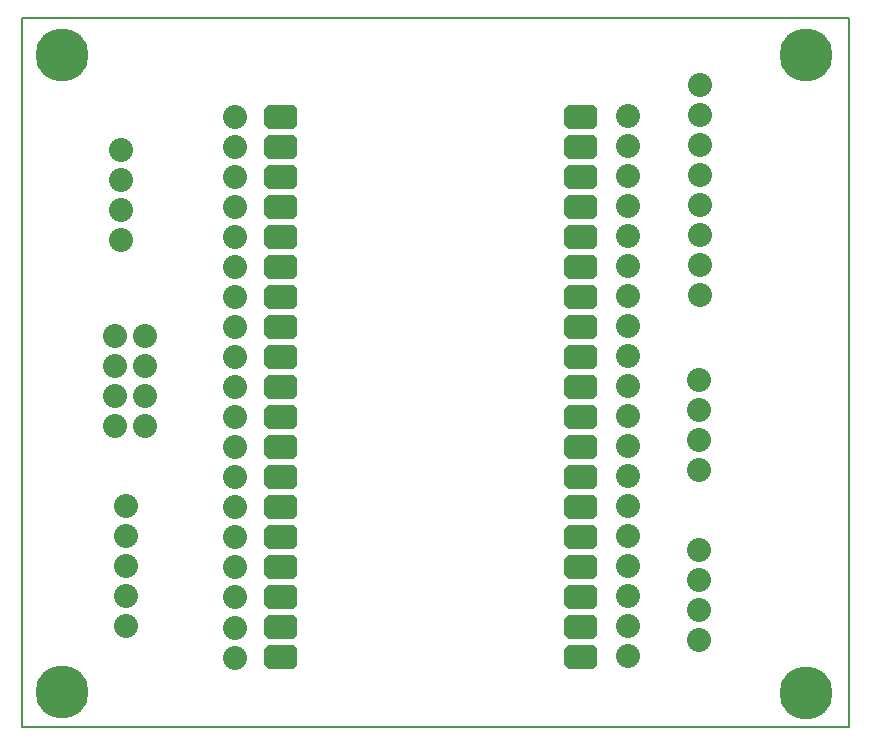
<source format=gbr>
G04 PROTEUS RS274X GERBER FILE*
%FSLAX45Y45*%
%MOMM*%
G01*
%AMDIL000*
4,1,8,
-1.397000,0.711200,-1.092200,1.016000,1.092200,1.016000,1.397000,0.711200,1.397000,-0.711200,
1.092200,-1.016000,-1.092200,-1.016000,-1.397000,-0.711200,-1.397000,0.711200,
0*%
%ADD10DIL000*%
%ADD11C,2.032000*%
%ADD12C,4.500000*%
%ADD13C,0.203200*%
D10*
X-1307623Y+2166179D03*
X-1307623Y+1912179D03*
X-1307623Y+1658179D03*
X-1307623Y+1404179D03*
X-1307623Y+1150179D03*
X-1307623Y+896179D03*
X-1307623Y+642179D03*
X-1307623Y+388179D03*
X-1307623Y+134179D03*
X-1307623Y-119812D03*
X-1307623Y-373821D03*
X-1307623Y-627821D03*
X-1307623Y-881821D03*
X-1307623Y-1135821D03*
X-1307623Y-1389821D03*
X-1307623Y-1643821D03*
X-1307623Y-1897821D03*
X-1307623Y-2151821D03*
X-1307623Y-2405821D03*
X+1232377Y-2405821D03*
X+1232377Y-2151821D03*
X+1232377Y-1897821D03*
X+1232377Y-1643821D03*
X+1232377Y-1389821D03*
X+1232377Y-1135821D03*
X+1232377Y-881821D03*
X+1232377Y-627821D03*
X+1232377Y-373821D03*
X+1232377Y-119812D03*
X+1232377Y+134179D03*
X+1232377Y+388179D03*
X+1232377Y+642179D03*
X+1232377Y+896179D03*
X+1232377Y+1150179D03*
X+1232377Y+1404179D03*
X+1232377Y+1658179D03*
X+1232377Y+1912179D03*
X+1232377Y+2166179D03*
D11*
X-2617623Y-2144599D03*
X-2617623Y-1890599D03*
X-2617623Y-1636599D03*
X-2617623Y-1382599D03*
X-2617623Y-1128599D03*
X-2665377Y+1884821D03*
X-2665377Y+1630821D03*
X-2665377Y+1376821D03*
X-2665377Y+1122821D03*
X+2232377Y-58222D03*
X+2232377Y-312222D03*
X+2232377Y-566222D03*
X+2232377Y-820222D03*
X+2232377Y-1499420D03*
X+2232377Y-1753420D03*
X+2232377Y-2007420D03*
X+2232377Y-2261420D03*
X-2711939Y+309232D03*
X-2711939Y+55232D03*
X-2711939Y-198768D03*
X-2711939Y-452768D03*
X-2457939Y-452768D03*
X-2457939Y-198768D03*
X-2457939Y+55232D03*
X-2457939Y+309232D03*
X+2245037Y+2431519D03*
X+2245037Y+2177519D03*
X+2245037Y+1923519D03*
X+2245037Y+1669519D03*
X+2245037Y+1415519D03*
X+2245037Y+1161519D03*
X+2245037Y+907519D03*
X+2245037Y+653519D03*
X-1697623Y+2161179D03*
X-1697623Y+1907179D03*
X-1697623Y+1653179D03*
X-1697623Y+1399179D03*
X-1697623Y+1145179D03*
X-1697623Y+891179D03*
X-1697623Y+637179D03*
X-1697623Y+383179D03*
X-1697623Y+129179D03*
X-1697623Y-124821D03*
X-1697623Y-378821D03*
X-1697623Y-632821D03*
X-1697623Y-886821D03*
X-1697623Y-1140821D03*
X-1697623Y-1394821D03*
X-1697623Y-1648821D03*
X-1697623Y-1902821D03*
X-1697623Y-2157821D03*
X-1697623Y-2411821D03*
X+1632377Y+2171179D03*
X+1632377Y+1917179D03*
X+1632377Y+1663179D03*
X+1632377Y+1409179D03*
X+1632377Y+1155179D03*
X+1632377Y+901179D03*
X+1632377Y+647179D03*
X+1632377Y+393179D03*
X+1632377Y+139179D03*
X+1632377Y-114821D03*
X+1632377Y-368821D03*
X+1632377Y-622821D03*
X+1632377Y-876821D03*
X+1632377Y-1130821D03*
X+1632377Y-1384821D03*
X+1632377Y-1638821D03*
X+1632377Y-1892821D03*
X+1632377Y-2147821D03*
X+1632377Y-2401821D03*
D12*
X-3160000Y+2690000D03*
X+3140000Y+2690000D03*
X-3160000Y-2700000D03*
X+3140000Y-2710000D03*
D13*
X-3500000Y-3000000D02*
X+3500000Y-3000000D01*
X+3500000Y+3000000D01*
X-3500000Y+3000000D01*
X-3500000Y-3000000D01*
M02*

</source>
